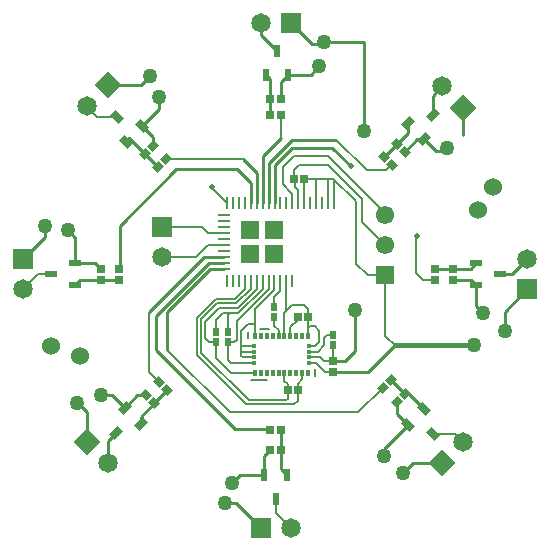
<source format=gtl>
G04 Layer_Physical_Order=1*
G04 Layer_Color=25308*
%FSLAX25Y25*%
%MOIN*%
G70*
G01*
G75*
%ADD10R,0.02362X0.02559*%
%ADD11R,0.02677X0.02520*%
%ADD12R,0.01673X0.01181*%
%ADD13R,0.01181X0.02067*%
%ADD14R,0.02520X0.02677*%
%ADD15R,0.05906X0.05906*%
%ADD16R,0.03937X0.00984*%
%ADD17R,0.00984X0.03937*%
%ADD18R,0.02953X0.02756*%
%ADD19R,0.02362X0.03937*%
G04:AMPARAMS|DCode=20|XSize=23.62mil|YSize=39.37mil|CornerRadius=0mil|HoleSize=0mil|Usage=FLASHONLY|Rotation=135.000|XOffset=0mil|YOffset=0mil|HoleType=Round|Shape=Rectangle|*
%AMROTATEDRECTD20*
4,1,4,0.02227,0.00557,-0.00557,-0.02227,-0.02227,-0.00557,0.00557,0.02227,0.02227,0.00557,0.0*
%
%ADD20ROTATEDRECTD20*%

G04:AMPARAMS|DCode=21|XSize=27.56mil|YSize=29.53mil|CornerRadius=0mil|HoleSize=0mil|Usage=FLASHONLY|Rotation=225.000|XOffset=0mil|YOffset=0mil|HoleType=Round|Shape=Rectangle|*
%AMROTATEDRECTD21*
4,1,4,-0.00070,0.02018,0.02018,-0.00070,0.00070,-0.02018,-0.02018,0.00070,-0.00070,0.02018,0.0*
%
%ADD21ROTATEDRECTD21*%

%ADD22R,0.03937X0.02362*%
%ADD23R,0.02756X0.02953*%
G04:AMPARAMS|DCode=24|XSize=23.62mil|YSize=39.37mil|CornerRadius=0mil|HoleSize=0mil|Usage=FLASHONLY|Rotation=45.000|XOffset=0mil|YOffset=0mil|HoleType=Round|Shape=Rectangle|*
%AMROTATEDRECTD24*
4,1,4,0.00557,-0.02227,-0.02227,0.00557,-0.00557,0.02227,0.02227,-0.00557,0.00557,-0.02227,0.0*
%
%ADD24ROTATEDRECTD24*%

G04:AMPARAMS|DCode=25|XSize=27.56mil|YSize=29.53mil|CornerRadius=0mil|HoleSize=0mil|Usage=FLASHONLY|Rotation=135.000|XOffset=0mil|YOffset=0mil|HoleType=Round|Shape=Rectangle|*
%AMROTATEDRECTD25*
4,1,4,0.02018,0.00070,-0.00070,-0.02018,-0.02018,-0.00070,0.00070,0.02018,0.02018,0.00070,0.0*
%
%ADD25ROTATEDRECTD25*%

%ADD26C,0.01000*%
%ADD27C,0.00787*%
%ADD28C,0.01787*%
%ADD29C,0.06102*%
%ADD30R,0.06102X0.06102*%
%ADD31R,0.06500X0.06500*%
%ADD32C,0.06500*%
%ADD33R,0.06500X0.06500*%
%ADD34C,0.06000*%
%ADD35P,0.09192X4X180.0*%
%ADD36P,0.09192X4X90.0*%
%ADD37C,0.05000*%
%ADD38C,0.02000*%
D10*
X294882Y300689D02*
D03*
Y304035D02*
D03*
X275394Y292224D02*
D03*
Y295571D02*
D03*
X279429Y292224D02*
D03*
Y295571D02*
D03*
X314567Y294587D02*
D03*
Y291240D02*
D03*
D11*
X302598Y300787D02*
D03*
X306063D02*
D03*
X302716Y276279D02*
D03*
X299252D02*
D03*
X304882Y346850D02*
D03*
X301417D02*
D03*
D12*
X288140Y285236D02*
D03*
Y287205D02*
D03*
Y289173D02*
D03*
Y291142D02*
D03*
X306348Y285236D02*
D03*
Y287205D02*
D03*
Y289173D02*
D03*
Y291142D02*
D03*
D13*
X306102Y294340D02*
D03*
X304134D02*
D03*
X302165D02*
D03*
X300197D02*
D03*
X298228D02*
D03*
X296260D02*
D03*
X294291D02*
D03*
X292323D02*
D03*
X290354D02*
D03*
X288386D02*
D03*
Y282037D02*
D03*
X290354D02*
D03*
X292323D02*
D03*
X294291D02*
D03*
X296260D02*
D03*
X298228D02*
D03*
X300197D02*
D03*
X302165D02*
D03*
X304134D02*
D03*
X306102D02*
D03*
D14*
X314567Y285984D02*
D03*
Y282520D02*
D03*
D15*
X294724Y329626D02*
D03*
X286850D02*
D03*
Y321752D02*
D03*
X294724D02*
D03*
D16*
X278031Y334567D02*
D03*
Y332579D02*
D03*
Y330610D02*
D03*
Y328642D02*
D03*
Y326673D02*
D03*
Y316831D02*
D03*
Y318799D02*
D03*
Y320768D02*
D03*
Y322736D02*
D03*
Y324705D02*
D03*
D17*
X279173Y338681D02*
D03*
X281142D02*
D03*
X283110D02*
D03*
X285079D02*
D03*
X287047D02*
D03*
X289016D02*
D03*
X290984D02*
D03*
X292953D02*
D03*
X294921D02*
D03*
X314606D02*
D03*
X312638D02*
D03*
X310669D02*
D03*
X308701D02*
D03*
X306732D02*
D03*
X304764D02*
D03*
X302795D02*
D03*
X300827D02*
D03*
X298858D02*
D03*
X296890D02*
D03*
X296850Y312697D02*
D03*
X298819D02*
D03*
X300787D02*
D03*
X294882D02*
D03*
X292913D02*
D03*
X290945D02*
D03*
X288976D02*
D03*
X287008D02*
D03*
X285039D02*
D03*
X283071D02*
D03*
X281102D02*
D03*
X279134Y312642D02*
D03*
D18*
X293307Y367913D02*
D03*
X297047D02*
D03*
X293307Y373228D02*
D03*
X297047D02*
D03*
X297146Y256299D02*
D03*
X293406D02*
D03*
X297146Y262992D02*
D03*
X293406D02*
D03*
D19*
X295669Y389370D02*
D03*
X299409Y381496D02*
D03*
X291929D02*
D03*
X295276Y240158D02*
D03*
X291535Y248031D02*
D03*
X299016D02*
D03*
D20*
X347666Y368138D02*
D03*
X344743Y359926D02*
D03*
X339453Y365215D02*
D03*
X242098Y262177D02*
D03*
X245021Y270389D02*
D03*
X250310Y265100D02*
D03*
D21*
X335685Y358409D02*
D03*
X338330Y355764D02*
D03*
X331355Y354078D02*
D03*
X333999Y351434D02*
D03*
X254866Y271906D02*
D03*
X252221Y274551D02*
D03*
X259196Y276237D02*
D03*
X256552Y278881D02*
D03*
D22*
X370079Y314961D02*
D03*
X362205Y311221D02*
D03*
Y318701D02*
D03*
X220472Y314961D02*
D03*
X228346Y318701D02*
D03*
Y311221D02*
D03*
D23*
X348425Y316831D02*
D03*
Y313090D02*
D03*
X354331Y316831D02*
D03*
Y313090D02*
D03*
X242913D02*
D03*
Y316831D02*
D03*
X237008Y313090D02*
D03*
Y316831D02*
D03*
D24*
X347666Y261783D02*
D03*
X339453Y264706D02*
D03*
X344743Y269995D02*
D03*
X242492Y367351D02*
D03*
X250704Y364428D02*
D03*
X245415Y359138D02*
D03*
D25*
X333606Y279669D02*
D03*
X330961Y277024D02*
D03*
X338330Y274944D02*
D03*
X335685Y272300D02*
D03*
X256158Y350646D02*
D03*
X258803Y353291D02*
D03*
X251827Y354977D02*
D03*
X254472Y357622D02*
D03*
D26*
X297047Y379134D02*
X299409Y381496D01*
X297047Y373228D02*
Y379134D01*
X250704Y364428D02*
X254472Y360660D01*
Y357622D02*
Y360660D01*
X235138Y318701D02*
X237008Y316831D01*
X228346Y318701D02*
X235138D01*
X249183Y274551D02*
X252221D01*
X245021Y270389D02*
X249183Y274551D01*
X291535Y248031D02*
Y254429D01*
X293406Y256299D01*
X335685Y268474D02*
X339453Y264706D01*
X335685Y268474D02*
Y272300D01*
X360335Y313090D02*
X362205Y311221D01*
X354331Y313090D02*
X360335D01*
X339794Y274944D02*
X344743Y269995D01*
X338330Y274944D02*
X339794D01*
X333606Y279669D02*
X338330Y274944D01*
X371654Y296063D02*
Y302480D01*
X379134Y309961D01*
X374134Y314961D02*
X379134Y319961D01*
X370079Y314961D02*
X374134D01*
X362205Y304331D02*
X364567Y301969D01*
X362205Y304331D02*
Y311221D01*
X354331Y316831D02*
X360335D01*
X348425D02*
X354331D01*
X360335D02*
X362205Y318701D01*
X331496Y254331D02*
Y256749D01*
X339453Y264706D01*
X337795Y248819D02*
X340953Y251976D01*
X350795D01*
X278346Y238583D02*
X282008D01*
X290276Y230315D01*
X280709Y245276D02*
X283465Y248031D01*
X291535D01*
X297146Y256299D02*
Y262992D01*
Y249902D02*
Y256299D01*
Y249902D02*
X299016Y248031D01*
X230315Y270866D02*
X232291Y268890D01*
Y259047D02*
Y268890D01*
X237008Y274803D02*
X240607D01*
X245021Y270389D01*
X254866Y271906D02*
X259196Y276237D01*
X250310Y267351D02*
X254866Y271906D01*
X250310Y265100D02*
Y267351D01*
X218504Y327441D02*
Y331102D01*
X211024Y319961D02*
X218504Y327441D01*
X225984Y329528D02*
X228346Y327165D01*
Y318701D02*
Y327165D01*
X237008Y313090D02*
X242913D01*
X230217D02*
X237008D01*
X228346Y311221D02*
X230217Y313090D01*
X250386Y377945D02*
X253543Y381102D01*
X239362Y377945D02*
X250386D01*
X256299Y370023D02*
Y374016D01*
X250704Y364428D02*
X256299Y370023D01*
X251827Y354977D02*
X256158Y350646D01*
X246568Y360236D02*
X251827Y354977D01*
X245415Y359138D02*
X246513Y360236D01*
X246568D01*
X307362Y391732D02*
X310630D01*
X300276Y398819D02*
X307362Y391732D01*
X290276Y394764D02*
X295669Y389370D01*
X290276Y394764D02*
Y398819D01*
X307087Y381496D02*
X309842Y384252D01*
X299409Y381496D02*
X307087D01*
X293307Y373228D02*
Y380118D01*
Y367913D02*
Y373228D01*
X291929Y381496D02*
X293307Y380118D01*
X357866Y361425D02*
Y370480D01*
X348763Y355906D02*
X351181D01*
X344743Y359926D02*
X348763Y355906D01*
X351181D02*
X352362Y357087D01*
X347666Y374422D02*
X350795Y377551D01*
X347666Y368138D02*
Y374422D01*
X342492Y359926D02*
X344743D01*
X338330Y355764D02*
X342492Y359926D01*
X335685Y358409D02*
X339453Y362177D01*
X331355Y354078D02*
X335685Y358409D01*
X339453Y362177D02*
Y365215D01*
X331355Y354078D02*
Y354078D01*
X284504Y353291D02*
X289016Y348780D01*
Y338681D02*
Y348780D01*
X282283Y350000D02*
X287047Y345236D01*
X262205Y350000D02*
X282283D01*
X243307Y331102D02*
X262205Y350000D01*
X243307Y316831D02*
Y331102D01*
X287047Y338681D02*
Y345236D01*
X253150Y302362D02*
X271555Y320768D01*
X281890Y263386D02*
X293406D01*
X255512Y289764D02*
X281890Y263386D01*
X255512Y289764D02*
Y301181D01*
X259055Y289764D02*
Y302362D01*
X321654Y289370D02*
Y303150D01*
X318268Y285984D02*
X321654Y289370D01*
X300787Y359842D02*
X315354D01*
X314173Y357087D02*
X320276Y350984D01*
X300787Y357087D02*
X314173D01*
X271555Y320768D02*
X278031D01*
X259055Y302362D02*
X273524Y316831D01*
X326220Y282520D02*
X335039Y291339D01*
X314567Y282520D02*
X326220D01*
X314567Y285984D02*
X318268D01*
X255512Y301181D02*
X273130Y318799D01*
X273524Y316831D02*
X278031D01*
X273130Y318799D02*
X278031D01*
X290984Y354370D02*
X297047Y360433D01*
X290984Y338681D02*
Y354370D01*
X292953Y352008D02*
X300787Y359842D01*
X292953Y338681D02*
Y352008D01*
X294921Y351220D02*
X300787Y357087D01*
X294921Y338681D02*
Y351220D01*
X324803Y362598D02*
Y392520D01*
X311417D02*
X324803D01*
X239362Y251976D02*
Y259441D01*
X242098Y262177D01*
D27*
X258803Y353291D02*
X284504D01*
X274153Y343701D02*
X279173Y338681D01*
X253150Y282283D02*
X256552Y278881D01*
X253150Y282283D02*
Y302362D01*
X259055Y289764D02*
X279921Y268898D01*
X322835D01*
X330961Y277024D01*
X301445Y271524D02*
X302716Y272795D01*
X285268Y271524D02*
X301445D01*
X268917Y287874D02*
X285268Y271524D01*
X298748Y272862D02*
X299252Y273366D01*
X286291Y272862D02*
X298748D01*
X270335Y288819D02*
X286291Y272862D01*
X299252Y273366D02*
Y276279D01*
X302716Y272795D02*
Y276279D01*
X342126Y315354D02*
Y327559D01*
Y315354D02*
X344390Y313090D01*
X348425D01*
X324016Y332441D02*
Y340158D01*
X312756Y351417D02*
X324016Y340158D01*
X303091Y351417D02*
X312756D01*
X314567Y346850D02*
X322047Y339370D01*
Y318504D02*
Y339370D01*
Y318504D02*
X325984Y314567D01*
X324016Y332441D02*
X331890Y324567D01*
X304862Y346850D02*
X314567D01*
X331890Y294488D02*
Y314567D01*
Y294488D02*
X335039Y291339D01*
X325984Y314567D02*
X331890D01*
X331355Y354078D02*
X331637D01*
X332172Y349606D02*
X333999Y351434D01*
X325590Y349606D02*
X332172D01*
X315354Y359842D02*
X325590Y349606D01*
X297047Y360433D02*
Y367913D01*
X285039Y310183D02*
Y312697D01*
X287008Y310147D02*
Y312697D01*
X288976Y310111D02*
Y312697D01*
X290945Y310075D02*
Y312697D01*
X292913Y310039D02*
Y312697D01*
X294882Y309685D02*
Y312697D01*
X296850Y309350D02*
Y312697D01*
X312598Y354331D02*
X331968Y334961D01*
X314606Y338583D02*
Y346850D01*
X304764Y338681D02*
Y346732D01*
X301417Y349744D02*
X303091Y351417D01*
X301417Y346850D02*
Y349744D01*
X301378Y354331D02*
X312598D01*
X297638Y350590D02*
X301378Y354331D01*
X297638Y344980D02*
Y350590D01*
X300827Y338681D02*
Y341791D01*
X297638Y344980D02*
X300827Y341791D01*
X283858Y287795D02*
Y296063D01*
X298819Y302756D02*
Y312598D01*
X298228Y302165D02*
X298819Y302756D01*
X277756Y301969D02*
X280020D01*
X275394Y299606D02*
X277756Y301969D01*
X275394Y295571D02*
Y299606D01*
X279429Y301378D02*
X280020Y301969D01*
X279429Y295571D02*
Y301378D01*
X268917Y300449D02*
X275259Y306791D01*
X270335Y299862D02*
X275847Y305374D01*
X270335Y288819D02*
Y299862D01*
X268917Y287874D02*
Y300449D01*
X271752Y299114D02*
X276476Y303839D01*
X271752Y293602D02*
Y299114D01*
Y293602D02*
X273130Y292224D01*
X276476Y303839D02*
X282704D01*
X275259Y306791D02*
X281648D01*
X275847Y305374D02*
X282235D01*
X273130Y292224D02*
X275394D01*
Y287106D02*
X280463Y282037D01*
X275394Y287106D02*
Y292224D01*
X280020Y301969D02*
X282838D01*
X282283Y293012D02*
Y299410D01*
X281496Y292224D02*
X282283Y293012D01*
X279429Y292224D02*
X281496D01*
X279429Y286319D02*
Y290945D01*
Y286319D02*
X280512Y285236D01*
X282283Y299410D02*
X292913Y310039D01*
X311417Y291339D02*
Y293701D01*
X309252Y289173D02*
X311417Y291339D01*
X306348Y289173D02*
X309252D01*
X309842Y292520D02*
Y296063D01*
X308465Y291142D02*
X309842Y292520D01*
X306348Y291142D02*
X308465D01*
X308366Y280906D02*
Y283366D01*
X290158Y296654D02*
X293012D01*
X286122Y293602D02*
Y295768D01*
X286910Y279823D02*
X292520D01*
X300787Y304724D02*
X304626D01*
X306102Y303248D01*
Y297047D02*
Y303248D01*
X298819Y302756D02*
X300787Y304724D01*
X294882Y307382D02*
X296850Y309350D01*
X288386Y303189D02*
X294882Y309685D01*
X281648Y306791D02*
X285039Y310183D01*
X282235Y305374D02*
X287008Y310147D01*
X282704Y303839D02*
X288976Y310111D01*
X282838Y301969D02*
X290945Y310075D01*
X288386Y298425D02*
Y303189D01*
X302716Y276279D02*
Y278504D01*
X304134Y279921D01*
Y282037D01*
X299252Y276279D02*
Y278307D01*
X298228Y279331D02*
X299252Y278307D01*
X298228Y279331D02*
Y282037D01*
X280463D02*
X288386D01*
X280512Y285236D02*
X288140D01*
X284449Y287205D02*
X288140D01*
X283858Y287795D02*
X284449Y287205D01*
X283858Y289173D02*
X288140D01*
X288386Y294340D02*
Y298425D01*
X283858Y291142D02*
X288140D01*
X283858Y296063D02*
X286221Y298425D01*
X288386D01*
X294882Y304035D02*
Y307382D01*
Y297638D02*
Y300689D01*
Y297638D02*
X296260Y296260D01*
Y294340D02*
Y296260D01*
X298228Y294340D02*
Y302165D01*
X302598Y299843D02*
Y300787D01*
X300197Y297441D02*
X302598Y299843D01*
X300197Y294340D02*
Y297441D01*
X306102Y294340D02*
Y297047D01*
X306693Y297638D01*
X308268D01*
X309842Y296063D01*
X312303Y294587D02*
X314567D01*
X311417Y293701D02*
X312303Y294587D01*
X311260Y285984D02*
X314567D01*
X310039Y287205D02*
X311260Y285984D01*
X306348Y287205D02*
X310039D01*
X311575Y282520D02*
X314567D01*
X308858Y285236D02*
X311575Y282520D01*
X306348Y285236D02*
X308858D01*
X314567Y285984D02*
Y291240D01*
X312638Y338583D02*
Y346850D01*
X308701Y338583D02*
Y346850D01*
X302795Y338583D02*
Y342953D01*
X301654Y344094D02*
X302795Y342953D01*
X301654Y344094D02*
Y346614D01*
X258268Y330591D02*
X270590D01*
X272638Y328543D01*
X278031D01*
X258268Y320590D02*
X268622D01*
X272638Y324606D01*
X278031D01*
X295276Y235315D02*
Y240158D01*
Y235315D02*
X300276Y230315D01*
X347666Y261783D02*
X355131D01*
X357866Y259047D01*
X216024Y314961D02*
X220472D01*
X211024Y309961D02*
X216024Y314961D01*
X235814Y367351D02*
X242492D01*
X232291Y370874D02*
X235814Y367351D01*
D28*
X335039Y291339D02*
X361417D01*
D29*
X331890Y334567D02*
D03*
Y324567D02*
D03*
D30*
Y314567D02*
D03*
D31*
X257480Y330591D02*
D03*
X379134Y309961D02*
D03*
X211024Y319961D02*
D03*
D32*
X257480Y320590D02*
D03*
X290276Y398819D02*
D03*
X350795Y377551D02*
D03*
X379134Y319961D02*
D03*
X357866Y259047D02*
D03*
X300276Y230315D02*
D03*
X239362Y251976D02*
D03*
X211024Y309961D02*
D03*
X232291Y370874D02*
D03*
D33*
X300276Y398819D02*
D03*
X290276Y230315D02*
D03*
D34*
X367717Y344094D02*
D03*
X362598Y336221D02*
D03*
X229921Y287795D02*
D03*
X220472Y290945D02*
D03*
D35*
X357866Y370480D02*
D03*
X232291Y259047D02*
D03*
D36*
X350795Y251976D02*
D03*
X239362Y377945D02*
D03*
D37*
X364567Y301969D02*
D03*
X371654Y296063D02*
D03*
X361417Y291339D02*
D03*
X337795Y248819D02*
D03*
X331496Y254331D02*
D03*
X280709Y245276D02*
D03*
X278346Y238583D02*
D03*
X237008Y274803D02*
D03*
X229134Y272047D02*
D03*
X225984Y329528D02*
D03*
X218504Y331102D02*
D03*
X256299Y374016D02*
D03*
X253543Y381102D02*
D03*
X311417Y392520D02*
D03*
X352362Y357087D02*
D03*
X309842Y384252D02*
D03*
X321654Y303150D02*
D03*
X324803Y362598D02*
D03*
D38*
X274213Y343898D02*
D03*
X342520Y327559D02*
D03*
X320276Y350984D02*
D03*
M02*

</source>
